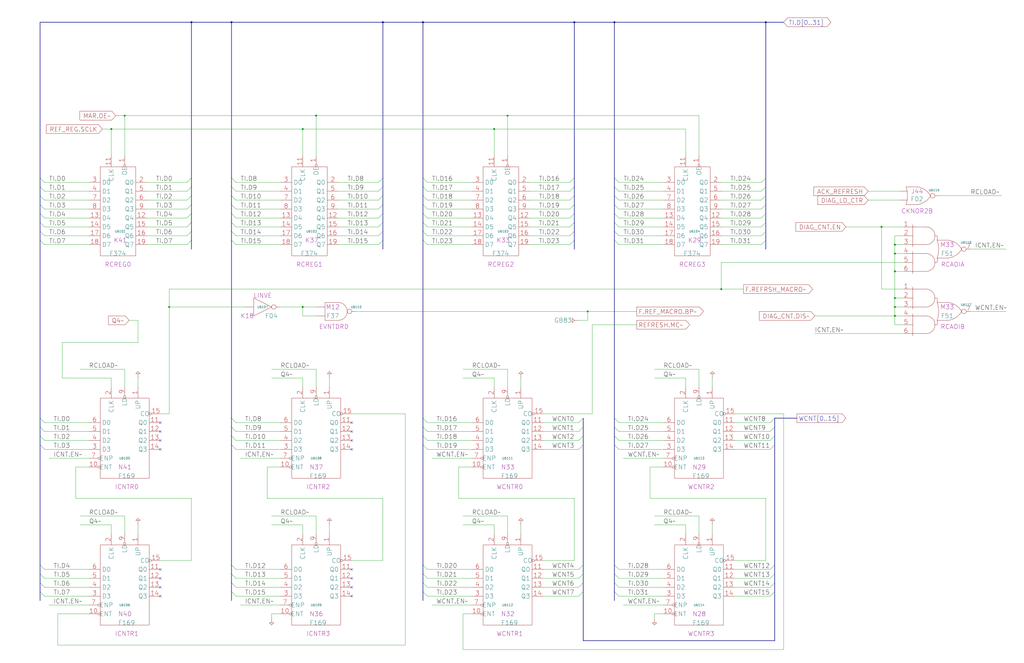
<source format=kicad_sch>
(kicad_sch (version 20230121) (generator eeschema)
  (paper "User" 584.2 378.46)
  (title_block (title "REFRESH COUNTERS") (date "20-MAR-90") (rev "1.0") (comment 1 "FIU") (comment 2 "232-003065") (comment 3 "S400") (comment 4 "RELEASED"))
  (junction (at 335.28 177.8))
  (junction (at 132.08 12.7))
  (junction (at 350.52 12.7))
  (junction (at 289.56 66.04))
  (junction (at 510.54 180.34))
  (junction (at 172.72 175.26))
  (junction (at 510.54 154.94))
  (junction (at 436.88 12.7))
  (junction (at 241.3 12.7))
  (junction (at 510.54 175.26))
  (junction (at 411.48 165.1))
  (junction (at 510.54 170.18))
  (junction (at 502.92 129.54))
  (junction (at 96.52 175.26))
  (junction (at 510.54 139.7))
  (junction (at 109.22 12.7))
  (junction (at 63.5 73.66))
  (junction (at 327.66 12.7))
  (junction (at 218.44 12.7))
  (junction (at 281.94 73.66))
  (junction (at 71.12 66.04))
  (junction (at 180.34 66.04))
  (junction (at 510.54 144.78))
  (junction (at 172.72 73.66))
  (no_connect (at 91.44 335.28))
  (no_connect (at 200.66 340.36))
  (no_connect (at 200.66 330.2))
  (no_connect (at 91.44 241.3))
  (no_connect (at 91.44 340.36))
  (no_connect (at 91.44 325.12))
  (no_connect (at 91.44 251.46))
  (no_connect (at 200.66 256.54))
  (no_connect (at 91.44 330.2))
  (no_connect (at 200.66 251.46))
  (no_connect (at 91.44 256.54))
  (no_connect (at 91.44 246.38))
  (no_connect (at 200.66 241.3))
  (no_connect (at 200.66 325.12))
  (no_connect (at 200.66 246.38))
  (no_connect (at 200.66 335.28))
  (bus_entry (at 132.08 327.66) (size 2.54 2.54))
  (bus_entry (at 350.52 254) (size 2.54 2.54))
  (bus_entry (at 327.66 111.76) (size -2.54 2.54))
  (bus_entry (at 109.22 121.92) (size -2.54 2.54))
  (bus_entry (at 241.3 127) (size 2.54 2.54))
  (bus_entry (at 436.88 137.16) (size -2.54 2.54))
  (bus_entry (at 109.22 116.84) (size -2.54 2.54))
  (bus_entry (at 327.66 106.68) (size -2.54 2.54))
  (bus_entry (at 332.74 248.92) (size -2.54 2.54))
  (bus_entry (at 241.3 137.16) (size 2.54 2.54))
  (bus_entry (at 332.74 254) (size -2.54 2.54))
  (bus_entry (at 132.08 137.16) (size 2.54 2.54))
  (bus_entry (at 132.08 106.68) (size 2.54 2.54))
  (bus_entry (at 132.08 127) (size 2.54 2.54))
  (bus_entry (at 332.74 322.58) (size -2.54 2.54))
  (bus_entry (at 350.52 137.16) (size 2.54 2.54))
  (bus_entry (at 350.52 332.74) (size 2.54 2.54))
  (bus_entry (at 241.3 238.76) (size 2.54 2.54))
  (bus_entry (at 327.66 101.6) (size -2.54 2.54))
  (bus_entry (at 241.3 327.66) (size 2.54 2.54))
  (bus_entry (at 241.3 248.92) (size 2.54 2.54))
  (bus_entry (at 218.44 111.76) (size -2.54 2.54))
  (bus_entry (at 218.44 121.92) (size -2.54 2.54))
  (bus_entry (at 132.08 248.92) (size 2.54 2.54))
  (bus_entry (at 241.3 116.84) (size 2.54 2.54))
  (bus_entry (at 22.86 248.92) (size 2.54 2.54))
  (bus_entry (at 332.74 327.66) (size -2.54 2.54))
  (bus_entry (at 441.96 327.66) (size -2.54 2.54))
  (bus_entry (at 332.74 337.82) (size -2.54 2.54))
  (bus_entry (at 22.86 106.68) (size 2.54 2.54))
  (bus_entry (at 22.86 332.74) (size 2.54 2.54))
  (bus_entry (at 109.22 111.76) (size -2.54 2.54))
  (bus_entry (at 132.08 111.76) (size 2.54 2.54))
  (bus_entry (at 436.88 101.6) (size -2.54 2.54))
  (bus_entry (at 218.44 101.6) (size -2.54 2.54))
  (bus_entry (at 22.86 243.84) (size 2.54 2.54))
  (bus_entry (at 22.86 116.84) (size 2.54 2.54))
  (bus_entry (at 241.3 101.6) (size 2.54 2.54))
  (bus_entry (at 22.86 254) (size 2.54 2.54))
  (bus_entry (at 241.3 106.68) (size 2.54 2.54))
  (bus_entry (at 132.08 121.92) (size 2.54 2.54))
  (bus_entry (at 218.44 127) (size -2.54 2.54))
  (bus_entry (at 22.86 137.16) (size 2.54 2.54))
  (bus_entry (at 218.44 132.08) (size -2.54 2.54))
  (bus_entry (at 109.22 106.68) (size -2.54 2.54))
  (bus_entry (at 436.88 121.92) (size -2.54 2.54))
  (bus_entry (at 132.08 243.84) (size 2.54 2.54))
  (bus_entry (at 436.88 116.84) (size -2.54 2.54))
  (bus_entry (at 441.96 254) (size -2.54 2.54))
  (bus_entry (at 132.08 254) (size 2.54 2.54))
  (bus_entry (at 132.08 101.6) (size 2.54 2.54))
  (bus_entry (at 109.22 127) (size -2.54 2.54))
  (bus_entry (at 436.88 111.76) (size -2.54 2.54))
  (bus_entry (at 109.22 137.16) (size -2.54 2.54))
  (bus_entry (at 327.66 137.16) (size -2.54 2.54))
  (bus_entry (at 350.52 337.82) (size 2.54 2.54))
  (bus_entry (at 436.88 127) (size -2.54 2.54))
  (bus_entry (at 441.96 322.58) (size -2.54 2.54))
  (bus_entry (at 332.74 238.76) (size -2.54 2.54))
  (bus_entry (at 436.88 132.08) (size -2.54 2.54))
  (bus_entry (at 327.66 127) (size -2.54 2.54))
  (bus_entry (at 22.86 127) (size 2.54 2.54))
  (bus_entry (at 241.3 254) (size 2.54 2.54))
  (bus_entry (at 241.3 337.82) (size 2.54 2.54))
  (bus_entry (at 350.52 121.92) (size 2.54 2.54))
  (bus_entry (at 22.86 111.76) (size 2.54 2.54))
  (bus_entry (at 350.52 101.6) (size 2.54 2.54))
  (bus_entry (at 350.52 243.84) (size 2.54 2.54))
  (bus_entry (at 218.44 137.16) (size -2.54 2.54))
  (bus_entry (at 327.66 132.08) (size -2.54 2.54))
  (bus_entry (at 350.52 111.76) (size 2.54 2.54))
  (bus_entry (at 350.52 132.08) (size 2.54 2.54))
  (bus_entry (at 218.44 116.84) (size -2.54 2.54))
  (bus_entry (at 22.86 238.76) (size 2.54 2.54))
  (bus_entry (at 109.22 101.6) (size -2.54 2.54))
  (bus_entry (at 22.86 322.58) (size 2.54 2.54))
  (bus_entry (at 22.86 101.6) (size 2.54 2.54))
  (bus_entry (at 241.3 332.74) (size 2.54 2.54))
  (bus_entry (at 241.3 111.76) (size 2.54 2.54))
  (bus_entry (at 441.96 248.92) (size -2.54 2.54))
  (bus_entry (at 350.52 322.58) (size 2.54 2.54))
  (bus_entry (at 132.08 337.82) (size 2.54 2.54))
  (bus_entry (at 241.3 322.58) (size 2.54 2.54))
  (bus_entry (at 441.96 332.74) (size -2.54 2.54))
  (bus_entry (at 132.08 238.76) (size 2.54 2.54))
  (bus_entry (at 332.74 332.74) (size -2.54 2.54))
  (bus_entry (at 132.08 332.74) (size 2.54 2.54))
  (bus_entry (at 132.08 322.58) (size 2.54 2.54))
  (bus_entry (at 218.44 106.68) (size -2.54 2.54))
  (bus_entry (at 350.52 127) (size 2.54 2.54))
  (bus_entry (at 350.52 116.84) (size 2.54 2.54))
  (bus_entry (at 241.3 132.08) (size 2.54 2.54))
  (bus_entry (at 441.96 238.76) (size -2.54 2.54))
  (bus_entry (at 132.08 116.84) (size 2.54 2.54))
  (bus_entry (at 441.96 337.82) (size -2.54 2.54))
  (bus_entry (at 332.74 243.84) (size -2.54 2.54))
  (bus_entry (at 22.86 327.66) (size 2.54 2.54))
  (bus_entry (at 241.3 243.84) (size 2.54 2.54))
  (bus_entry (at 436.88 106.68) (size -2.54 2.54))
  (bus_entry (at 350.52 327.66) (size 2.54 2.54))
  (bus_entry (at 22.86 121.92) (size 2.54 2.54))
  (bus_entry (at 109.22 132.08) (size -2.54 2.54))
  (bus_entry (at 441.96 243.84) (size -2.54 2.54))
  (bus_entry (at 350.52 238.76) (size 2.54 2.54))
  (bus_entry (at 22.86 337.82) (size 2.54 2.54))
  (bus_entry (at 132.08 132.08) (size 2.54 2.54))
  (bus_entry (at 327.66 121.92) (size -2.54 2.54))
  (bus_entry (at 241.3 121.92) (size 2.54 2.54))
  (bus_entry (at 350.52 248.92) (size 2.54 2.54))
  (bus_entry (at 327.66 116.84) (size -2.54 2.54))
  (bus_entry (at 350.52 106.68) (size 2.54 2.54))
  (bus_entry (at 22.86 132.08) (size 2.54 2.54))
  (wire (pts (xy 25.4 330.2) (xy 50.8 330.2)))
  (bus (pts (xy 132.08 127) (xy 132.08 132.08)))
  (wire (pts (xy 25.4 251.46) (xy 50.8 251.46)))
  (wire (pts (xy 309.88 241.3) (xy 330.2 241.3)))
  (bus (pts (xy 218.44 127) (xy 218.44 132.08)))
  (bus (pts (xy 350.52 337.82) (xy 350.52 342.9)))
  (wire (pts (xy 419.1 241.3) (xy 439.42 241.3)))
  (wire (pts (xy 353.06 104.14) (xy 378.46 104.14)))
  (wire (pts (xy 215.9 134.62) (xy 193.04 134.62)))
  (wire (pts (xy 154.94 299.72) (xy 172.72 299.72)))
  (bus (pts (xy 22.86 254) (xy 22.86 322.58)))
  (wire (pts (xy 353.06 340.36) (xy 378.46 340.36)))
  (bus (pts (xy 109.22 111.76) (xy 109.22 116.84)))
  (bus (pts (xy 350.52 127) (xy 350.52 132.08)))
  (wire (pts (xy 172.72 220.98) (xy 172.72 215.9)))
  (bus (pts (xy 350.52 121.92) (xy 350.52 127)))
  (wire (pts (xy 134.62 119.38) (xy 160.02 119.38)))
  (bus (pts (xy 241.3 332.74) (xy 241.3 337.82)))
  (wire (pts (xy 218.44 284.48) (xy 152.4 284.48)))
  (wire (pts (xy 264.16 210.82) (xy 289.56 210.82)))
  (wire (pts (xy 502.92 165.1) (xy 502.92 129.54)))
  (bus (pts (xy 441.96 327.66) (xy 441.96 332.74)))
  (bus (pts (xy 22.86 137.16) (xy 22.86 238.76)))
  (wire (pts (xy 106.68 124.46) (xy 83.82 124.46)))
  (wire (pts (xy 73.66 182.88) (xy 78.74 182.88)))
  (wire (pts (xy 137.16 261.62) (xy 160.02 261.62)))
  (wire (pts (xy 243.84 241.3) (xy 269.24 241.3)))
  (bus (pts (xy 332.74 365.76) (xy 441.96 365.76)))
  (bus (pts (xy 350.52 248.92) (xy 350.52 254)))
  (wire (pts (xy 154.94 210.82) (xy 180.34 210.82)))
  (wire (pts (xy 187.96 299.72) (xy 187.96 304.8)))
  (wire (pts (xy 71.12 66.04) (xy 180.34 66.04)))
  (wire (pts (xy 172.72 73.66) (xy 281.94 73.66)))
  (bus (pts (xy 132.08 337.82) (xy 132.08 342.9)))
  (wire (pts (xy 134.62 124.46) (xy 160.02 124.46)))
  (wire (pts (xy 289.56 304.8) (xy 289.56 294.64)))
  (bus (pts (xy 441.96 238.76) (xy 454.66 238.76)))
  (wire (pts (xy 215.9 109.22) (xy 193.04 109.22)))
  (wire (pts (xy 309.88 251.46) (xy 330.2 251.46)))
  (bus (pts (xy 327.66 12.7) (xy 327.66 101.6)))
  (wire (pts (xy 35.56 195.58) (xy 35.56 215.9)))
  (wire (pts (xy 289.56 66.04) (xy 398.78 66.04)))
  (wire (pts (xy 353.06 129.54) (xy 378.46 129.54)))
  (wire (pts (xy 160.02 350.52) (xy 154.94 350.52)))
  (wire (pts (xy 58.42 73.66) (xy 63.5 73.66)))
  (bus (pts (xy 350.52 243.84) (xy 350.52 248.92)))
  (wire (pts (xy 510.54 154.94) (xy 515.62 154.94)))
  (wire (pts (xy 200.66 236.22) (xy 231.14 236.22)))
  (bus (pts (xy 350.52 132.08) (xy 350.52 137.16)))
  (wire (pts (xy 325.12 129.54) (xy 302.26 129.54)))
  (bus (pts (xy 22.86 327.66) (xy 22.86 332.74)))
  (wire (pts (xy 27.94 261.62) (xy 50.8 261.62)))
  (wire (pts (xy 510.54 134.62) (xy 510.54 139.7)))
  (wire (pts (xy 200.66 320.04) (xy 218.44 320.04)))
  (wire (pts (xy 25.4 241.3) (xy 50.8 241.3)))
  (wire (pts (xy 106.68 139.7) (xy 83.82 139.7)))
  (wire (pts (xy 243.84 129.54) (xy 269.24 129.54)))
  (wire (pts (xy 353.06 134.62) (xy 378.46 134.62)))
  (wire (pts (xy 154.94 350.52) (xy 154.94 353.06)))
  (wire (pts (xy 160.02 175.26) (xy 172.72 175.26)))
  (wire (pts (xy 33.02 350.52) (xy 50.8 350.52)))
  (wire (pts (xy 134.62 335.28) (xy 160.02 335.28)))
  (bus (pts (xy 132.08 248.92) (xy 132.08 254)))
  (wire (pts (xy 96.52 236.22) (xy 96.52 175.26)))
  (wire (pts (xy 134.62 134.62) (xy 160.02 134.62)))
  (wire (pts (xy 373.38 210.82) (xy 398.78 210.82)))
  (wire (pts (xy 353.06 139.7) (xy 378.46 139.7)))
  (wire (pts (xy 309.88 340.36) (xy 330.2 340.36)))
  (bus (pts (xy 109.22 137.16) (xy 109.22 142.24)))
  (wire (pts (xy 325.12 139.7) (xy 302.26 139.7)))
  (wire (pts (xy 134.62 330.2) (xy 160.02 330.2)))
  (wire (pts (xy 243.84 114.3) (xy 269.24 114.3)))
  (bus (pts (xy 350.52 111.76) (xy 350.52 116.84)))
  (wire (pts (xy 264.16 299.72) (xy 281.94 299.72)))
  (wire (pts (xy 66.04 66.04) (xy 71.12 66.04)))
  (bus (pts (xy 350.52 327.66) (xy 350.52 332.74)))
  (wire (pts (xy 218.44 320.04) (xy 218.44 284.48)))
  (bus (pts (xy 241.3 254) (xy 241.3 322.58)))
  (wire (pts (xy 215.9 139.7) (xy 193.04 139.7)))
  (wire (pts (xy 327.66 320.04) (xy 327.66 284.48)))
  (wire (pts (xy 515.62 185.42) (xy 510.54 185.42)))
  (bus (pts (xy 132.08 12.7) (xy 132.08 101.6)))
  (bus (pts (xy 22.86 116.84) (xy 22.86 121.92)))
  (bus (pts (xy 327.66 111.76) (xy 327.66 116.84)))
  (wire (pts (xy 243.84 104.14) (xy 269.24 104.14)))
  (wire (pts (xy 243.84 109.22) (xy 269.24 109.22)))
  (wire (pts (xy 325.12 134.62) (xy 302.26 134.62)))
  (bus (pts (xy 441.96 322.58) (xy 441.96 327.66)))
  (wire (pts (xy 434.34 129.54) (xy 411.48 129.54)))
  (bus (pts (xy 436.88 132.08) (xy 436.88 137.16)))
  (bus (pts (xy 332.74 243.84) (xy 332.74 248.92)))
  (wire (pts (xy 25.4 109.22) (xy 50.8 109.22)))
  (bus (pts (xy 132.08 238.76) (xy 132.08 243.84)))
  (bus (pts (xy 332.74 327.66) (xy 332.74 332.74)))
  (wire (pts (xy 264.16 215.9) (xy 281.94 215.9)))
  (wire (pts (xy 309.88 330.2) (xy 330.2 330.2)))
  (wire (pts (xy 45.72 294.64) (xy 71.12 294.64)))
  (bus (pts (xy 332.74 322.58) (xy 332.74 327.66)))
  (wire (pts (xy 434.34 139.7) (xy 411.48 139.7)))
  (wire (pts (xy 134.62 256.54) (xy 160.02 256.54)))
  (wire (pts (xy 309.88 256.54) (xy 330.2 256.54)))
  (bus (pts (xy 327.66 101.6) (xy 327.66 106.68)))
  (wire (pts (xy 436.88 320.04) (xy 436.88 284.48)))
  (wire (pts (xy 353.06 241.3) (xy 378.46 241.3)))
  (bus (pts (xy 327.66 12.7) (xy 350.52 12.7)))
  (bus (pts (xy 332.74 248.92) (xy 332.74 254)))
  (wire (pts (xy 373.38 294.64) (xy 398.78 294.64)))
  (bus (pts (xy 109.22 127) (xy 109.22 132.08)))
  (bus (pts (xy 441.96 248.92) (xy 441.96 254)))
  (wire (pts (xy 502.92 129.54) (xy 515.62 129.54)))
  (wire (pts (xy 25.4 129.54) (xy 50.8 129.54)))
  (bus (pts (xy 436.88 121.92) (xy 436.88 127)))
  (wire (pts (xy 63.5 304.8) (xy 63.5 299.72)))
  (bus (pts (xy 22.86 121.92) (xy 22.86 127)))
  (bus (pts (xy 109.22 101.6) (xy 109.22 106.68)))
  (wire (pts (xy 152.4 284.48) (xy 152.4 266.7)))
  (wire (pts (xy 180.34 180.34) (xy 172.72 180.34)))
  (wire (pts (xy 35.56 215.9) (xy 63.5 215.9)))
  (wire (pts (xy 243.84 340.36) (xy 269.24 340.36)))
  (bus (pts (xy 241.3 116.84) (xy 241.3 121.92)))
  (wire (pts (xy 309.88 236.22) (xy 337.82 236.22)))
  (bus (pts (xy 132.08 111.76) (xy 132.08 116.84)))
  (bus (pts (xy 332.74 238.76) (xy 332.74 243.84)))
  (wire (pts (xy 309.88 246.38) (xy 330.2 246.38)))
  (wire (pts (xy 353.06 114.3) (xy 378.46 114.3)))
  (bus (pts (xy 436.88 116.84) (xy 436.88 121.92)))
  (bus (pts (xy 441.96 254) (xy 441.96 322.58)))
  (wire (pts (xy 325.12 124.46) (xy 302.26 124.46)))
  (wire (pts (xy 109.22 320.04) (xy 109.22 284.48)))
  (wire (pts (xy 63.5 73.66) (xy 172.72 73.66)))
  (wire (pts (xy 515.62 165.1) (xy 502.92 165.1)))
  (wire (pts (xy 231.14 368.3) (xy 33.02 368.3)))
  (wire (pts (xy 215.9 129.54) (xy 193.04 129.54)))
  (wire (pts (xy 353.06 119.38) (xy 378.46 119.38)))
  (wire (pts (xy 180.34 220.98) (xy 180.34 210.82)))
  (wire (pts (xy 419.1 236.22) (xy 447.04 236.22)))
  (bus (pts (xy 350.52 238.76) (xy 350.52 243.84)))
  (wire (pts (xy 261.62 266.7) (xy 269.24 266.7)))
  (bus (pts (xy 350.52 254) (xy 350.52 322.58)))
  (bus (pts (xy 241.3 322.58) (xy 241.3 327.66)))
  (wire (pts (xy 152.4 266.7) (xy 160.02 266.7)))
  (bus (pts (xy 109.22 132.08) (xy 109.22 137.16)))
  (bus (pts (xy 436.88 127) (xy 436.88 132.08)))
  (wire (pts (xy 215.9 114.3) (xy 193.04 114.3)))
  (wire (pts (xy 91.44 236.22) (xy 96.52 236.22)))
  (wire (pts (xy 25.4 124.46) (xy 50.8 124.46)))
  (wire (pts (xy 243.84 124.46) (xy 269.24 124.46)))
  (wire (pts (xy 45.72 299.72) (xy 63.5 299.72)))
  (bus (pts (xy 441.96 337.82) (xy 441.96 365.76)))
  (wire (pts (xy 510.54 139.7) (xy 510.54 144.78)))
  (bus (pts (xy 350.52 12.7) (xy 436.88 12.7)))
  (wire (pts (xy 243.84 325.12) (xy 269.24 325.12)))
  (wire (pts (xy 246.38 345.44) (xy 269.24 345.44)))
  (bus (pts (xy 218.44 121.92) (xy 218.44 127)))
  (wire (pts (xy 187.96 215.9) (xy 187.96 220.98)))
  (wire (pts (xy 43.18 284.48) (xy 43.18 266.7)))
  (wire (pts (xy 106.68 134.62) (xy 83.82 134.62)))
  (wire (pts (xy 78.74 195.58) (xy 35.56 195.58)))
  (wire (pts (xy 71.12 220.98) (xy 71.12 210.82)))
  (bus (pts (xy 132.08 121.92) (xy 132.08 127)))
  (bus (pts (xy 327.66 116.84) (xy 327.66 121.92)))
  (wire (pts (xy 25.4 114.3) (xy 50.8 114.3)))
  (wire (pts (xy 25.4 139.7) (xy 50.8 139.7)))
  (wire (pts (xy 289.56 66.04) (xy 289.56 88.9)))
  (bus (pts (xy 241.3 12.7) (xy 327.66 12.7)))
  (wire (pts (xy 419.1 340.36) (xy 439.42 340.36)))
  (wire (pts (xy 411.48 165.1) (xy 96.52 165.1)))
  (bus (pts (xy 132.08 101.6) (xy 132.08 106.68)))
  (bus (pts (xy 350.52 332.74) (xy 350.52 337.82)))
  (wire (pts (xy 325.12 109.22) (xy 302.26 109.22)))
  (wire (pts (xy 434.34 119.38) (xy 411.48 119.38)))
  (bus (pts (xy 436.88 106.68) (xy 436.88 111.76)))
  (wire (pts (xy 134.62 241.3) (xy 160.02 241.3)))
  (bus (pts (xy 241.3 12.7) (xy 241.3 101.6)))
  (wire (pts (xy 109.22 284.48) (xy 43.18 284.48)))
  (wire (pts (xy 106.68 129.54) (xy 83.82 129.54)))
  (bus (pts (xy 241.3 327.66) (xy 241.3 332.74)))
  (bus (pts (xy 132.08 12.7) (xy 218.44 12.7)))
  (bus (pts (xy 22.86 12.7) (xy 22.86 101.6)))
  (wire (pts (xy 96.52 165.1) (xy 96.52 175.26)))
  (wire (pts (xy 264.16 294.64) (xy 289.56 294.64)))
  (wire (pts (xy 373.38 215.9) (xy 391.16 215.9)))
  (wire (pts (xy 243.84 330.2) (xy 269.24 330.2)))
  (bus (pts (xy 218.44 12.7) (xy 218.44 101.6)))
  (bus (pts (xy 327.66 137.16) (xy 327.66 142.24)))
  (wire (pts (xy 353.06 330.2) (xy 378.46 330.2)))
  (wire (pts (xy 373.38 299.72) (xy 391.16 299.72)))
  (wire (pts (xy 134.62 139.7) (xy 160.02 139.7)))
  (bus (pts (xy 109.22 121.92) (xy 109.22 127)))
  (wire (pts (xy 325.12 119.38) (xy 302.26 119.38)))
  (wire (pts (xy 495.3 114.3) (xy 513.08 114.3)))
  (wire (pts (xy 353.06 325.12) (xy 378.46 325.12)))
  (wire (pts (xy 464.82 190.5) (xy 515.62 190.5)))
  (wire (pts (xy 353.06 124.46) (xy 378.46 124.46)))
  (wire (pts (xy 215.9 124.46) (xy 193.04 124.46)))
  (wire (pts (xy 25.4 325.12) (xy 50.8 325.12)))
  (wire (pts (xy 33.02 368.3) (xy 33.02 350.52)))
  (wire (pts (xy 172.72 73.66) (xy 172.72 88.9)))
  (wire (pts (xy 510.54 180.34) (xy 515.62 180.34)))
  (bus (pts (xy 218.44 106.68) (xy 218.44 111.76)))
  (wire (pts (xy 91.44 320.04) (xy 109.22 320.04)))
  (wire (pts (xy 231.14 236.22) (xy 231.14 368.3)))
  (wire (pts (xy 391.16 73.66) (xy 391.16 88.9)))
  (bus (pts (xy 350.52 101.6) (xy 350.52 106.68)))
  (bus (pts (xy 327.66 127) (xy 327.66 132.08)))
  (wire (pts (xy 510.54 170.18) (xy 510.54 175.26)))
  (wire (pts (xy 134.62 325.12) (xy 160.02 325.12)))
  (wire (pts (xy 370.84 284.48) (xy 370.84 266.7)))
  (wire (pts (xy 180.34 66.04) (xy 289.56 66.04)))
  (wire (pts (xy 264.16 370.84) (xy 264.16 350.52)))
  (wire (pts (xy 134.62 246.38) (xy 160.02 246.38)))
  (bus (pts (xy 332.74 337.82) (xy 332.74 365.76)))
  (bus (pts (xy 327.66 132.08) (xy 327.66 137.16)))
  (wire (pts (xy 215.9 104.14) (xy 193.04 104.14)))
  (wire (pts (xy 106.68 109.22) (xy 83.82 109.22)))
  (bus (pts (xy 327.66 106.68) (xy 327.66 111.76)))
  (wire (pts (xy 243.84 256.54) (xy 269.24 256.54)))
  (wire (pts (xy 510.54 144.78) (xy 515.62 144.78)))
  (wire (pts (xy 172.72 180.34) (xy 172.72 175.26)))
  (bus (pts (xy 441.96 243.84) (xy 441.96 248.92)))
  (bus (pts (xy 109.22 12.7) (xy 132.08 12.7)))
  (wire (pts (xy 515.62 134.62) (xy 510.54 134.62)))
  (wire (pts (xy 106.68 114.3) (xy 83.82 114.3)))
  (wire (pts (xy 134.62 109.22) (xy 160.02 109.22)))
  (bus (pts (xy 332.74 332.74) (xy 332.74 337.82)))
  (bus (pts (xy 332.74 254) (xy 332.74 322.58)))
  (wire (pts (xy 373.38 350.52) (xy 373.38 353.06)))
  (wire (pts (xy 281.94 73.66) (xy 391.16 73.66)))
  (wire (pts (xy 78.74 182.88) (xy 78.74 195.58)))
  (wire (pts (xy 243.84 139.7) (xy 269.24 139.7)))
  (bus (pts (xy 22.86 127) (xy 22.86 132.08)))
  (bus (pts (xy 132.08 106.68) (xy 132.08 111.76)))
  (bus (pts (xy 241.3 121.92) (xy 241.3 127)))
  (bus (pts (xy 218.44 137.16) (xy 218.44 142.24)))
  (wire (pts (xy 419.1 251.46) (xy 439.42 251.46)))
  (wire (pts (xy 203.2 177.8) (xy 335.28 177.8)))
  (wire (pts (xy 378.46 350.52) (xy 373.38 350.52)))
  (bus (pts (xy 241.3 137.16) (xy 241.3 238.76)))
  (wire (pts (xy 419.1 335.28) (xy 439.42 335.28)))
  (bus (pts (xy 22.86 238.76) (xy 22.86 243.84)))
  (wire (pts (xy 243.84 246.38) (xy 269.24 246.38)))
  (wire (pts (xy 353.06 335.28) (xy 378.46 335.28)))
  (wire (pts (xy 495.3 109.22) (xy 513.08 109.22)))
  (wire (pts (xy 398.78 304.8) (xy 398.78 294.64)))
  (wire (pts (xy 71.12 304.8) (xy 71.12 294.64)))
  (wire (pts (xy 419.1 256.54) (xy 439.42 256.54)))
  (wire (pts (xy 553.72 142.24) (xy 574.04 142.24)))
  (wire (pts (xy 243.84 134.62) (xy 269.24 134.62)))
  (bus (pts (xy 350.52 106.68) (xy 350.52 111.76)))
  (wire (pts (xy 25.4 104.14) (xy 50.8 104.14)))
  (wire (pts (xy 154.94 294.64) (xy 180.34 294.64)))
  (wire (pts (xy 337.82 185.42) (xy 363.22 185.42)))
  (wire (pts (xy 243.84 251.46) (xy 269.24 251.46)))
  (wire (pts (xy 96.52 175.26) (xy 139.7 175.26)))
  (bus (pts (xy 441.96 238.76) (xy 441.96 243.84)))
  (bus (pts (xy 132.08 132.08) (xy 132.08 137.16)))
  (wire (pts (xy 106.68 104.14) (xy 83.82 104.14)))
  (bus (pts (xy 22.86 243.84) (xy 22.86 248.92)))
  (wire (pts (xy 243.84 119.38) (xy 269.24 119.38)))
  (bus (pts (xy 241.3 132.08) (xy 241.3 137.16)))
  (wire (pts (xy 78.74 215.9) (xy 78.74 220.98)))
  (wire (pts (xy 424.18 165.1) (xy 411.48 165.1)))
  (wire (pts (xy 243.84 335.28) (xy 269.24 335.28)))
  (wire (pts (xy 510.54 175.26) (xy 510.54 180.34)))
  (bus (pts (xy 22.86 106.68) (xy 22.86 111.76)))
  (wire (pts (xy 180.34 66.04) (xy 180.34 88.9)))
  (bus (pts (xy 132.08 332.74) (xy 132.08 337.82)))
  (wire (pts (xy 25.4 134.62) (xy 50.8 134.62)))
  (wire (pts (xy 434.34 109.22) (xy 411.48 109.22)))
  (wire (pts (xy 154.94 215.9) (xy 172.72 215.9)))
  (wire (pts (xy 353.06 256.54) (xy 378.46 256.54)))
  (wire (pts (xy 391.16 304.8) (xy 391.16 299.72)))
  (bus (pts (xy 241.3 127) (xy 241.3 132.08)))
  (bus (pts (xy 436.88 111.76) (xy 436.88 116.84)))
  (wire (pts (xy 134.62 340.36) (xy 160.02 340.36)))
  (wire (pts (xy 370.84 266.7) (xy 378.46 266.7)))
  (bus (pts (xy 218.44 101.6) (xy 218.44 106.68)))
  (wire (pts (xy 391.16 220.98) (xy 391.16 215.9)))
  (wire (pts (xy 434.34 134.62) (xy 411.48 134.62)))
  (wire (pts (xy 134.62 114.3) (xy 160.02 114.3)))
  (bus (pts (xy 132.08 243.84) (xy 132.08 248.92)))
  (bus (pts (xy 218.44 116.84) (xy 218.44 121.92)))
  (bus (pts (xy 109.22 12.7) (xy 109.22 101.6)))
  (wire (pts (xy 419.1 246.38) (xy 439.42 246.38)))
  (bus (pts (xy 350.52 137.16) (xy 350.52 238.76)))
  (wire (pts (xy 281.94 304.8) (xy 281.94 299.72)))
  (wire (pts (xy 353.06 251.46) (xy 378.46 251.46)))
  (bus (pts (xy 22.86 332.74) (xy 22.86 337.82)))
  (wire (pts (xy 335.28 182.88) (xy 335.28 177.8)))
  (bus (pts (xy 22.86 101.6) (xy 22.86 106.68)))
  (bus (pts (xy 241.3 106.68) (xy 241.3 111.76)))
  (wire (pts (xy 106.68 119.38) (xy 83.82 119.38)))
  (wire (pts (xy 309.88 335.28) (xy 330.2 335.28)))
  (wire (pts (xy 137.16 345.44) (xy 160.02 345.44)))
  (bus (pts (xy 109.22 106.68) (xy 109.22 111.76)))
  (wire (pts (xy 43.18 266.7) (xy 50.8 266.7)))
  (bus (pts (xy 132.08 116.84) (xy 132.08 121.92)))
  (wire (pts (xy 419.1 325.12) (xy 439.42 325.12)))
  (bus (pts (xy 132.08 137.16) (xy 132.08 238.76)))
  (bus (pts (xy 22.86 322.58) (xy 22.86 327.66)))
  (bus (pts (xy 218.44 12.7) (xy 241.3 12.7)))
  (wire (pts (xy 447.04 370.84) (xy 264.16 370.84)))
  (wire (pts (xy 134.62 251.46) (xy 160.02 251.46)))
  (wire (pts (xy 510.54 154.94) (xy 510.54 170.18)))
  (wire (pts (xy 281.94 220.98) (xy 281.94 215.9)))
  (wire (pts (xy 447.04 236.22) (xy 447.04 370.84)))
  (wire (pts (xy 434.34 114.3) (xy 411.48 114.3)))
  (bus (pts (xy 327.66 121.92) (xy 327.66 127)))
  (wire (pts (xy 464.82 180.34) (xy 510.54 180.34)))
  (wire (pts (xy 337.82 236.22) (xy 337.82 185.42)))
  (wire (pts (xy 281.94 73.66) (xy 281.94 88.9)))
  (wire (pts (xy 25.4 340.36) (xy 50.8 340.36)))
  (wire (pts (xy 398.78 66.04) (xy 398.78 88.9)))
  (wire (pts (xy 297.18 299.72) (xy 297.18 304.8)))
  (wire (pts (xy 309.88 325.12) (xy 330.2 325.12)))
  (bus (pts (xy 350.52 116.84) (xy 350.52 121.92)))
  (wire (pts (xy 134.62 129.54) (xy 160.02 129.54)))
  (wire (pts (xy 172.72 175.26) (xy 180.34 175.26)))
  (bus (pts (xy 132.08 322.58) (xy 132.08 327.66)))
  (wire (pts (xy 510.54 185.42) (xy 510.54 180.34)))
  (wire (pts (xy 261.62 284.48) (xy 261.62 266.7)))
  (wire (pts (xy 510.54 170.18) (xy 515.62 170.18)))
  (bus (pts (xy 218.44 132.08) (xy 218.44 137.16)))
  (bus (pts (xy 436.88 101.6) (xy 436.88 106.68)))
  (bus (pts (xy 241.3 337.82) (xy 241.3 342.9)))
  (bus (pts (xy 436.88 12.7) (xy 436.88 101.6)))
  (bus (pts (xy 441.96 332.74) (xy 441.96 337.82)))
  (bus (pts (xy 350.52 322.58) (xy 350.52 327.66)))
  (wire (pts (xy 353.06 246.38) (xy 378.46 246.38)))
  (wire (pts (xy 434.34 124.46) (xy 411.48 124.46)))
  (wire (pts (xy 297.18 215.9) (xy 297.18 220.98)))
  (bus (pts (xy 22.86 12.7) (xy 109.22 12.7)))
  (wire (pts (xy 309.88 320.04) (xy 327.66 320.04)))
  (wire (pts (xy 411.48 149.86) (xy 411.48 165.1)))
  (bus (pts (xy 22.86 248.92) (xy 22.86 254)))
  (bus (pts (xy 241.3 238.76) (xy 241.3 243.84)))
  (wire (pts (xy 25.4 256.54) (xy 50.8 256.54)))
  (bus (pts (xy 241.3 101.6) (xy 241.3 106.68)))
  (bus (pts (xy 22.86 337.82) (xy 22.86 342.9)))
  (wire (pts (xy 215.9 119.38) (xy 193.04 119.38)))
  (wire (pts (xy 419.1 330.2) (xy 439.42 330.2)))
  (wire (pts (xy 535.94 111.76) (xy 571.5 111.76)))
  (wire (pts (xy 330.2 182.88) (xy 335.28 182.88)))
  (wire (pts (xy 510.54 144.78) (xy 510.54 154.94)))
  (wire (pts (xy 180.34 304.8) (xy 180.34 294.64)))
  (wire (pts (xy 398.78 220.98) (xy 398.78 210.82)))
  (wire (pts (xy 327.66 284.48) (xy 261.62 284.48)))
  (bus (pts (xy 241.3 111.76) (xy 241.3 116.84)))
  (wire (pts (xy 411.48 149.86) (xy 515.62 149.86)))
  (wire (pts (xy 353.06 109.22) (xy 378.46 109.22)))
  (bus (pts (xy 218.44 111.76) (xy 218.44 116.84)))
  (wire (pts (xy 482.6 129.54) (xy 502.92 129.54)))
  (wire (pts (xy 325.12 104.14) (xy 302.26 104.14)))
  (wire (pts (xy 434.34 104.14) (xy 411.48 104.14)))
  (wire (pts (xy 134.62 104.14) (xy 160.02 104.14)))
  (bus (pts (xy 132.08 327.66) (xy 132.08 332.74)))
  (wire (pts (xy 63.5 220.98) (xy 63.5 215.9)))
  (bus (pts (xy 241.3 243.84) (xy 241.3 248.92)))
  (bus (pts (xy 350.52 12.7) (xy 350.52 101.6)))
  (bus (pts (xy 22.86 132.08) (xy 22.86 137.16)))
  (wire (pts (xy 406.4 215.9) (xy 406.4 220.98)))
  (wire (pts (xy 25.4 119.38) (xy 50.8 119.38)))
  (wire (pts (xy 335.28 177.8) (xy 363.22 177.8)))
  (wire (pts (xy 436.88 284.48) (xy 370.84 284.48)))
  (wire (pts (xy 63.5 73.66) (xy 63.5 88.9)))
  (wire (pts (xy 510.54 139.7) (xy 515.62 139.7)))
  (wire (pts (xy 45.72 210.82) (xy 71.12 210.82)))
  (wire (pts (xy 406.4 299.72) (xy 406.4 304.8)))
  (wire (pts (xy 355.6 261.62) (xy 378.46 261.62)))
  (wire (pts (xy 25.4 246.38) (xy 50.8 246.38)))
  (wire (pts (xy 355.6 345.44) (xy 378.46 345.44)))
  (wire (pts (xy 553.72 177.8) (xy 574.04 177.8)))
  (bus (pts (xy 436.88 12.7) (xy 447.04 12.7)))
  (wire (pts (xy 264.16 350.52) (xy 269.24 350.52)))
  (wire (pts (xy 289.56 220.98) (xy 289.56 210.82)))
  (wire (pts (xy 27.94 345.44) (xy 50.8 345.44)))
  (wire (pts (xy 510.54 175.26) (xy 515.62 175.26)))
  (wire (pts (xy 246.38 261.62) (xy 269.24 261.62)))
  (wire (pts (xy 325.12 114.3) (xy 302.26 114.3)))
  (wire (pts (xy 25.4 335.28) (xy 50.8 335.28)))
  (bus (pts (xy 109.22 116.84) (xy 109.22 121.92)))
  (bus (pts (xy 132.08 254) (xy 132.08 322.58)))
  (wire (pts (xy 419.1 320.04) (xy 436.88 320.04)))
  (bus (pts (xy 241.3 248.92) (xy 241.3 254)))
  (bus (pts (xy 22.86 111.76) (xy 22.86 116.84)))
  (wire (pts (xy 78.74 299.72) (xy 78.74 304.8)))
  (bus (pts (xy 436.88 137.16) (xy 436.88 142.24)))
  (wire (pts (xy 71.12 66.04) (xy 71.12 88.9)))
  (wire (pts (xy 172.72 304.8) (xy 172.72 299.72)))
  (label "ICNT.EN~" (at 30.48 261.62 0) (effects (font (size 2.54 2.54))))
  (label "TI.D25" (at 416.56 109.22 0) (effects (font (size 2.54 2.54))))
  (label "TI.D28" (at 358.14 325.12 0) (effects (font (size 2.54 2.54))))
  (label "TI.D21" (at 246.38 129.54 0) (effects (font (size 2.54 2.54))))
  (label "TI.D9" (at 137.16 109.22 0) (effects (font (size 2.54 2.54))))
  (label "WCNT5" (at 314.96 330.2 0) (effects (font (size 2.54 2.54))))
  (label "WCNT9" (at 424.18 246.38 0) (effects (font (size 2.54 2.54))))
  (label "TI.D30" (at 358.14 335.28 0) (effects (font (size 2.54 2.54))))
  (label "TI.D23" (at 248.92 340.36 0) (effects (font (size 2.54 2.54))))
  (label "TI.D11" (at 198.12 119.38 0) (effects (font (size 2.54 2.54))))
  (label "TI.D3" (at 27.94 119.38 0) (effects (font (size 2.54 2.54))))
  (label "ICNT.EN~" (at 139.7 261.62 0) (effects (font (size 2.54 2.54))))
  (label "TI.D7" (at 27.94 139.7 0) (effects (font (size 2.54 2.54))))
  (label "TI.D8" (at 137.16 104.14 0) (effects (font (size 2.54 2.54))))
  (label "TI.D20" (at 246.38 124.46 0) (effects (font (size 2.54 2.54))))
  (label "WCNT.EN~" (at 556.26 177.8 0) (effects (font (size 2.54 2.54))))
  (label "TI.D0" (at 30.48 241.3 0) (effects (font (size 2.54 2.54))))
  (label "TI.D9" (at 198.12 109.22 0) (effects (font (size 2.54 2.54))))
  (label "WCNT.EN~" (at 248.92 261.62 0) (effects (font (size 2.54 2.54))))
  (label "Q4~" (at 50.8 299.72 0) (effects (font (size 2.54 2.54))))
  (label "TI.D19" (at 307.34 119.38 0) (effects (font (size 2.54 2.54))))
  (label "TI.D8" (at 139.7 241.3 0) (effects (font (size 2.54 2.54))))
  (label "RCLOAD~" (at 378.46 210.82 0) (effects (font (size 2.54 2.54))))
  (label "Q4~" (at 378.46 299.72 0) (effects (font (size 2.54 2.54))))
  (label "TI.D22" (at 307.34 134.62 0) (effects (font (size 2.54 2.54))))
  (label "TI.D14" (at 139.7 335.28 0) (effects (font (size 2.54 2.54))))
  (label "TI.D12" (at 139.7 325.12 0) (effects (font (size 2.54 2.54))))
  (label "WCNT.EN~" (at 248.92 345.44 0) (effects (font (size 2.54 2.54))))
  (label "TI.D0" (at 88.9 104.14 0) (effects (font (size 2.54 2.54))))
  (label "TI.D4" (at 88.9 124.46 0) (effects (font (size 2.54 2.54))))
  (label "TI.D26" (at 355.6 114.3 0) (effects (font (size 2.54 2.54))))
  (label "TI.D20" (at 307.34 124.46 0) (effects (font (size 2.54 2.54))))
  (label "TI.D26" (at 416.56 114.3 0) (effects (font (size 2.54 2.54))))
  (label "TI.D31" (at 416.56 139.7 0) (effects (font (size 2.54 2.54))))
  (label "TI.D11" (at 139.7 256.54 0) (effects (font (size 2.54 2.54))))
  (label "TI.D6" (at 27.94 134.62 0) (effects (font (size 2.54 2.54))))
  (label "WCNT6" (at 314.96 335.28 0) (effects (font (size 2.54 2.54))))
  (label "TI.D15" (at 198.12 139.7 0) (effects (font (size 2.54 2.54))))
  (label "TI.D29" (at 358.14 330.2 0) (effects (font (size 2.54 2.54))))
  (label "TI.D4" (at 27.94 124.46 0) (effects (font (size 2.54 2.54))))
  (label "RCLOAD~" (at 50.8 294.64 0) (effects (font (size 2.54 2.54))))
  (label "WCNT2" (at 314.96 251.46 0) (effects (font (size 2.54 2.54))))
  (label "TI.D5" (at 88.9 129.54 0) (effects (font (size 2.54 2.54))))
  (label "WCNT10" (at 424.18 251.46 0) (effects (font (size 2.54 2.54))))
  (label "TI.D13" (at 137.16 129.54 0) (effects (font (size 2.54 2.54))))
  (label "TI.D31" (at 358.14 340.36 0) (effects (font (size 2.54 2.54))))
  (label "TI.D17" (at 307.34 109.22 0) (effects (font (size 2.54 2.54))))
  (label "TI.D30" (at 416.56 134.62 0) (effects (font (size 2.54 2.54))))
  (label "TI.D28" (at 416.56 124.46 0) (effects (font (size 2.54 2.54))))
  (label "TI.D17" (at 246.38 109.22 0) (effects (font (size 2.54 2.54))))
  (label "TI.D23" (at 246.38 139.7 0) (effects (font (size 2.54 2.54))))
  (label "TI.D1" (at 88.9 109.22 0) (effects (font (size 2.54 2.54))))
  (label "TI.D1" (at 30.48 246.38 0) (effects (font (size 2.54 2.54))))
  (label "TI.D7" (at 30.48 340.36 0) (effects (font (size 2.54 2.54))))
  (label "TI.D10" (at 137.16 114.3 0) (effects (font (size 2.54 2.54))))
  (label "TI.D2" (at 30.48 251.46 0) (effects (font (size 2.54 2.54))))
  (label "RCLOAD~" (at 160.02 210.82 0) (effects (font (size 2.54 2.54))))
  (label "Q4~" (at 160.02 215.9 0) (effects (font (size 2.54 2.54))))
  (label "TI.D22" (at 246.38 134.62 0) (effects (font (size 2.54 2.54))))
  (label "TI.D5" (at 30.48 330.2 0) (effects (font (size 2.54 2.54))))
  (label "TI.D8" (at 198.12 104.14 0) (effects (font (size 2.54 2.54))))
  (label "TI.D24" (at 416.56 104.14 0) (effects (font (size 2.54 2.54))))
  (label "TI.D13" (at 139.7 330.2 0) (effects (font (size 2.54 2.54))))
  (label "TI.D29" (at 416.56 129.54 0) (effects (font (size 2.54 2.54))))
  (label "TI.D12" (at 198.12 124.46 0) (effects (font (size 2.54 2.54))))
  (label "TI.D14" (at 198.12 134.62 0) (effects (font (size 2.54 2.54))))
  (label "TI.D10" (at 198.12 114.3 0) (effects (font (size 2.54 2.54))))
  (label "TI.D30" (at 355.6 134.62 0) (effects (font (size 2.54 2.54))))
  (label "TI.D16" (at 248.92 241.3 0) (effects (font (size 2.54 2.54))))
  (label "TI.D1" (at 27.94 109.22 0) (effects (font (size 2.54 2.54))))
  (label "TI.D16" (at 246.38 104.14 0) (effects (font (size 2.54 2.54))))
  (label "TI.D2" (at 27.94 114.3 0) (effects (font (size 2.54 2.54))))
  (label "RCLOAD~" (at 378.46 294.64 0) (effects (font (size 2.54 2.54))))
  (label "WCNT3" (at 314.96 256.54 0) (effects (font (size 2.54 2.54))))
  (label "WCNT11" (at 424.18 256.54 0) (effects (font (size 2.54 2.54))))
  (label "RCLOAD~" (at 50.8 210.82 0) (effects (font (size 2.54 2.54))))
  (label "Q4~" (at 269.24 215.9 0) (effects (font (size 2.54 2.54))))
  (label "TI.D15" (at 139.7 340.36 0) (effects (font (size 2.54 2.54))))
  (label "TI.D24" (at 355.6 104.14 0) (effects (font (size 2.54 2.54))))
  (label "WCNT12" (at 424.18 325.12 0) (effects (font (size 2.54 2.54))))
  (label "TI.D0" (at 27.94 104.14 0) (effects (font (size 2.54 2.54))))
  (label "TI.D26" (at 358.14 251.46 0) (effects (font (size 2.54 2.54))))
  (label "ICNT.EN~" (at 30.48 345.44 0) (effects (font (size 2.54 2.54))))
  (label "WCNT.EN~" (at 358.14 261.62 0) (effects (font (size 2.54 2.54))))
  (label "TI.D20" (at 248.92 325.12 0) (effects (font (size 2.54 2.54))))
  (label "WCNT14" (at 424.18 335.28 0) (effects (font (size 2.54 2.54))))
  (label "ICNT.EN~" (at 464.82 190.5 0) (effects (font (size 2.54 2.54))))
  (label "TI.D9" (at 139.7 246.38 0) (effects (font (size 2.54 2.54))))
  (label "WCNT4" (at 314.96 325.12 0) (effects (font (size 2.54 2.54))))
  (label "TI.D16" (at 307.34 104.14 0) (effects (font (size 2.54 2.54))))
  (label "TI.D18" (at 248.92 251.46 0) (effects (font (size 2.54 2.54))))
  (label "TI.D25" (at 355.6 109.22 0) (effects (font (size 2.54 2.54))))
  (label "TI.D6" (at 30.48 335.28 0) (effects (font (size 2.54 2.54))))
  (label "WCNT15" (at 424.18 340.36 0) (effects (font (size 2.54 2.54))))
  (label "TI.D3" (at 88.9 119.38 0) (effects (font (size 2.54 2.54))))
  (label "TI.D2" (at 88.9 114.3 0) (effects (font (size 2.54 2.54))))
  (label "TI.D27" (at 416.56 119.38 0) (effects (font (size 2.54 2.54))))
  (label "TI.D12" (at 137.16 124.46 0) (effects (font (size 2.54 2.54))))
  (label "Q4~" (at 378.46 215.9 0) (effects (font (size 2.54 2.54))))
  (label "WCNT1" (at 314.96 246.38 0) (effects (font (size 2.54 2.54))))
  (label "TI.D11" (at 137.16 119.38 0) (effects (font (size 2.54 2.54))))
  (label "RCLOAD~" (at 553.72 111.76 0) (effects (font (size 2.54 2.54))))
  (label "TI.D24" (at 358.14 241.3 0) (effects (font (size 2.54 2.54))))
  (label "TI.D5" (at 27.94 129.54 0) (effects (font (size 2.54 2.54))))
  (label "TI.D21" (at 248.92 330.2 0) (effects (font (size 2.54 2.54))))
  (label "RCLOAD~" (at 269.24 294.64 0) (effects (font (size 2.54 2.54))))
  (label "WCNT0" (at 314.96 241.3 0) (effects (font (size 2.54 2.54))))
  (label "Q4~" (at 160.02 299.72 0) (effects (font (size 2.54 2.54))))
  (label "TI.D10" (at 139.7 251.46 0) (effects (font (size 2.54 2.54))))
  (label "TI.D31" (at 355.6 139.7 0) (effects (font (size 2.54 2.54))))
  (label "TI.D18" (at 246.38 114.3 0) (effects (font (size 2.54 2.54))))
  (label "TI.D18" (at 307.34 114.3 0) (effects (font (size 2.54 2.54))))
  (label "Q4~" (at 269.24 299.72 0) (effects (font (size 2.54 2.54))))
  (label "TI.D14" (at 137.16 134.62 0) (effects (font (size 2.54 2.54))))
  (label "TI.D3" (at 30.48 256.54 0) (effects (font (size 2.54 2.54))))
  (label "TI.D15" (at 137.16 139.7 0) (effects (font (size 2.54 2.54))))
  (label "TI.D25" (at 358.14 246.38 0) (effects (font (size 2.54 2.54))))
  (label "TI.D23" (at 307.34 139.7 0) (effects (font (size 2.54 2.54))))
  (label "ICNT.EN~" (at 139.7 345.44 0) (effects (font (size 2.54 2.54))))
  (label "RCLOAD~" (at 269.24 210.82 0) (effects (font (size 2.54 2.54))))
  (label "TI.D27" (at 355.6 119.38 0) (effects (font (size 2.54 2.54))))
  (label "TI.D19" (at 248.92 256.54 0) (effects (font (size 2.54 2.54))))
  (label "ICNT.EN~" (at 556.26 142.24 0) (effects (font (size 2.54 2.54))))
  (label "TI.D13" (at 198.12 129.54 0) (effects (font (size 2.54 2.54))))
  (label "WCNT8" (at 424.18 241.3 0) (effects (font (size 2.54 2.54))))
  (label "TI.D6" (at 88.9 134.62 0) (effects (font (size 2.54 2.54))))
  (label "TI.D7" (at 88.9 139.7 0) (effects (font (size 2.54 2.54))))
  (label "TI.D17" (at 248.92 246.38 0) (effects (font (size 2.54 2.54))))
  (label "RCLOAD~" (at 160.02 294.64 0) (effects (font (size 2.54 2.54))))
  (label "WCNT7" (at 314.96 340.36 0) (effects (font (size 2.54 2.54))))
  (label "TI.D28" (at 355.6 124.46 0) (effects (font (size 2.54 2.54))))
  (label "TI.D4" (at 30.48 325.12 0) (effects (font (size 2.54 2.54))))
  (label "TI.D22" (at 248.92 335.28 0) (effects (font (size 2.54 2.54))))
  (label "TI.D27" (at 358.14 256.54 0) (effects (font (size 2.54 2.54))))
  (label "WCNT13" (at 424.18 330.2 0) (effects (font (size 2.54 2.54))))
  (label "TI.D21" (at 307.34 129.54 0) (effects (font (size 2.54 2.54))))
  (label "TI.D29" (at 355.6 129.54 0) (effects (font (size 2.54 2.54))))
  (label "TI.D19" (at 246.38 119.38 0) (effects (font (size 2.54 2.54))))
  (label "WCNT.EN~" (at 358.14 345.44 0) (effects (font (size 2.54 2.54))))
  (global_label "DIAG_CNT.DIS~" (shape input) (at 464.82 180.34 180) (effects (font (size 2.54 2.54))) (property "Intersheetrefs" "${INTERSHEET_REFS}" (at 433.2635 180.1813 0) (effects (font (size 1.905 1.905)) (justify right))))
  (global_label "DIAG_LD_CTR" (shape input) (at 495.3 114.3 180) (effects (font (size 2.54 2.54))) (property "Intersheetrefs" "${INTERSHEET_REFS}" (at 466.5254 114.1413 0) (effects (font (size 1.905 1.905)) (justify right))))
  (global_label "DIAG_CNT.EN" (shape input) (at 482.6 129.54 180) (effects (font (size 2.54 2.54))) (property "Intersheetrefs" "${INTERSHEET_REFS}" (at 454.0673 129.3813 0) (effects (font (size 1.905 1.905)) (justify right))))
  (global_label "REF_REG.SCLK" (shape input) (at 58.42 73.66 180) (effects (font (size 2.54 2.54))) (property "Intersheetrefs" "${INTERSHEET_REFS}" (at 26.5007 73.5013 0) (effects (font (size 1.905 1.905)) (justify right))))
  (global_label "MAR.OE~" (shape input) (at 66.04 66.04 180) (effects (font (size 2.54 2.54))) (property "Intersheetrefs" "${INTERSHEET_REFS}" (at 45.6111 65.8813 0) (effects (font (size 1.905 1.905)) (justify right))))
  (global_label "F.REF_MACRO.BP~" (shape output) (at 363.22 177.8 0) (effects (font (size 2.54 2.54))) (property "Intersheetrefs" "${INTERSHEET_REFS}" (at 401.3079 177.6413 0) (effects (font (size 1.905 1.905)) (justify left))))
  (global_label "REFRESH.MC~" (shape output) (at 363.22 185.42 0) (effects (font (size 2.54 2.54))) (property "Intersheetrefs" "${INTERSHEET_REFS}" (at 393.446 185.2613 0) (effects (font (size 1.905 1.905)) (justify left))))
  (global_label "TI.D[0..31]" (shape bidirectional) (at 447.04 12.7 0) (effects (font (size 2.54 2.54))) (property "Intersheetrefs" "${INTERSHEET_REFS}" (at 471.8231 12.5413 0) (effects (font (size 1.905 1.905)) (justify left))))
  (global_label "ACK_REFRESH" (shape input) (at 495.3 109.22 180) (effects (font (size 2.54 2.54))) (property "Intersheetrefs" "${INTERSHEET_REFS}" (at 464.3483 109.0613 0) (effects (font (size 1.905 1.905)) (justify right))))
  (global_label "F.REFRSH_MACRO~" (shape output) (at 424.18 165.1 0) (effects (font (size 2.54 2.54))) (property "Intersheetrefs" "${INTERSHEET_REFS}" (at 463.5984 164.9413 0) (effects (font (size 1.905 1.905)) (justify left))))
  (global_label "WCNT[0..15]" (shape output) (at 454.66 238.76 0) (effects (font (size 2.54 2.54))) (property "Intersheetrefs" "${INTERSHEET_REFS}" (at 482.5879 238.6013 0) (effects (font (size 1.905 1.905)) (justify left))))
  (global_label "Q4~" (shape input) (at 73.66 182.88 180) (effects (font (size 2.54 2.54))) (property "Intersheetrefs" "${INTERSHEET_REFS}" (at 61.9397 182.7213 0) (effects (font (size 1.905 1.905)) (justify right))))
  (symbol (lib_id "r1000:F169") (at 287.02 266.7 0) (unit 1)
    (property "Reference" "U6111" (at 289.56 261.62 0))
    (property "Value" "F169" (at 285.75 271.78 0) (effects (font (size 2.54 2.54)) (justify left)))
    (property "Location" "N33" (at 285.75 266.7 0) (effects (font (size 2.54 2.54)) (justify left)))
    (property "Name" "WCNTR0" (at 290.83 279.4 0) (effects (font (size 2.54 2.54)) (justify bottom)))
  )
  (symbol (lib_id "r1000:PD") (at 373.38 353.06 0) (unit 1) (in_bom no)
    (property "Reference" "#PWR0182" (effects hide))
    (property "Value" "PD" (effects hide))
  )
  (symbol (lib_id "r1000:PU") (at 406.4 215.9 0) (unit 1)
    (property "Reference" "#PWR0178" (effects hide))
    (property "Value" "PU" (effects hide))
  )
  (symbol (lib_id "r1000:F37") (at 187.96 175.26 0) (unit 1)
    (property "Reference" "U6110" (at 203.2 175.26 0))
    (property "Value" "F37" (at 189.865 180.34 0) (effects (font (size 2.54 2.54))))
    (property "Location" "M12" (at 189.865 175.26 0) (effects (font (size 2.54 2.54))))
    (property "Name" "EVNTDRD" (at 190.5 187.96 0) (effects (font (size 2.54 2.54)) (justify bottom)))
  )
  (symbol (lib_id "r1000:PU") (at 297.18 299.72 0) (unit 1)
    (property "Reference" "#PWR0176" (effects hide))
    (property "Value" "PU" (effects hide))
  )
  (symbol (lib_id "r1000:F51") (at 538.48 175.26 0) (unit 1)
    (property "Reference" "U6117" (at 551.18 173.99 0))
    (property "Value" "F51" (at 540.385 180.34 0) (effects (font (size 2.54 2.54))))
    (property "Location" "M33" (at 540.385 175.26 0) (effects (font (size 2.54 2.54))))
    (property "Name" "RCAOIB" (at 543.56 187.96 0) (effects (font (size 2.54 2.54)) (justify bottom)))
  )
  (symbol (lib_id "r1000:F374") (at 175.26 137.16 0) (unit 1)
    (property "Reference" "U6102" (at 177.8 132.08 0))
    (property "Value" "F374" (at 171.45 144.78 0) (effects (font (size 2.54 2.54)) (justify left)))
    (property "Location" "K37" (at 173.99 137.16 0) (effects (font (size 2.54 2.54)) (justify left)))
    (property "Name" "RCREG1" (at 176.53 152.4 0) (effects (font (size 2.54 2.54)) (justify bottom)))
  )
  (symbol (lib_id "r1000:F169") (at 68.58 266.7 0) (unit 1)
    (property "Reference" "U6105" (at 71.12 261.62 0))
    (property "Value" "F169" (at 67.31 271.78 0) (effects (font (size 2.54 2.54)) (justify left)))
    (property "Location" "N41" (at 67.31 266.7 0) (effects (font (size 2.54 2.54)) (justify left)))
    (property "Name" "ICNTR0" (at 72.39 279.4 0) (effects (font (size 2.54 2.54)) (justify bottom)))
  )
  (symbol (lib_id "r1000:PU") (at 78.74 215.9 0) (unit 1)
    (property "Reference" "#PWR0181" (effects hide))
    (property "Value" "PU" (effects hide))
  )
  (symbol (lib_id "r1000:F374") (at 284.48 137.16 0) (unit 1)
    (property "Reference" "U6103" (at 287.02 132.08 0))
    (property "Value" "F374" (at 280.67 144.78 0) (effects (font (size 2.54 2.54)) (justify left)))
    (property "Location" "K33" (at 283.21 137.16 0) (effects (font (size 2.54 2.54)) (justify left)))
    (property "Name" "RCREG2" (at 285.75 152.4 0) (effects (font (size 2.54 2.54)) (justify bottom)))
  )
  (symbol (lib_id "r1000:F169") (at 396.24 350.52 0) (unit 1)
    (property "Reference" "U6114" (at 398.78 345.44 0))
    (property "Value" "F169" (at 394.97 355.6 0) (effects (font (size 2.54 2.54)) (justify left)))
    (property "Location" "N28" (at 394.97 350.52 0) (effects (font (size 2.54 2.54)) (justify left)))
    (property "Name" "WCNTR3" (at 400.05 363.22 0) (effects (font (size 2.54 2.54)) (justify bottom)))
  )
  (symbol (lib_id "r1000:PU") (at 187.96 299.72 0) (unit 1)
    (property "Reference" "#PWR0173" (effects hide))
    (property "Value" "PU" (effects hide))
  )
  (symbol (lib_id "r1000:PD") (at 154.94 353.06 0) (unit 1) (in_bom no)
    (property "Reference" "#PWR0175" (effects hide))
    (property "Value" "PD" (effects hide))
  )
  (symbol (lib_id "r1000:F169") (at 287.02 350.52 0) (unit 1)
    (property "Reference" "U6112" (at 289.56 345.44 0))
    (property "Value" "F169" (at 285.75 355.6 0) (effects (font (size 2.54 2.54)) (justify left)))
    (property "Location" "N32" (at 285.75 350.52 0) (effects (font (size 2.54 2.54)) (justify left)))
    (property "Name" "WCNTR1" (at 290.83 363.22 0) (effects (font (size 2.54 2.54)) (justify bottom)))
  )
  (symbol (lib_id "r1000:F02") (at 520.7 109.22 0) (unit 1)
    (property "Reference" "U6115" (at 532.86 108.585 0))
    (property "Value" "F02" (at 519.43 113.665 0) (effects (font (size 2.54 2.54)) (justify left)))
    (property "Location" "J44" (at 523.24 109.22 0) (effects (font (size 2.54 2.54))))
    (property "Name" "CKNOR2B" (at 523.24 121.92 0) (effects (font (size 2.54 2.54)) (justify bottom)))
  )
  (symbol (lib_id "r1000:PU") (at 297.18 215.9 0) (unit 1)
    (property "Reference" "#PWR0177" (effects hide))
    (property "Value" "PU" (effects hide))
  )
  (symbol (lib_id "r1000:F374") (at 393.7 137.16 0) (unit 1)
    (property "Reference" "U6104" (at 396.24 132.08 0))
    (property "Value" "F374" (at 389.89 144.78 0) (effects (font (size 2.54 2.54)) (justify left)))
    (property "Location" "K29" (at 392.43 137.16 0) (effects (font (size 2.54 2.54)) (justify left)))
    (property "Name" "RCREG3" (at 394.97 152.4 0) (effects (font (size 2.54 2.54)) (justify bottom)))
  )
  (symbol (lib_id "r1000:GB") (at 330.2 182.88 0) (mirror y) (unit 1)
    (property "Reference" "GB83" (at 326.39 182.88 0) (effects (font (size 2.54 2.54)) (justify left)))
    (property "Value" "GB" (effects hide))
  )
  (symbol (lib_id "r1000:F374") (at 66.04 137.16 0) (unit 1)
    (property "Reference" "U6101" (at 68.58 132.08 0))
    (property "Value" "F374" (at 62.23 144.78 0) (effects (font (size 2.54 2.54)) (justify left)))
    (property "Location" "K41" (at 64.77 137.16 0) (effects (font (size 2.54 2.54)) (justify left)))
    (property "Name" "RCREG0" (at 67.31 152.4 0) (effects (font (size 2.54 2.54)) (justify bottom)))
  )
  (symbol (lib_id "r1000:F51") (at 538.48 139.7 0) (unit 1)
    (property "Reference" "U6116" (at 551.18 138.43 0))
    (property "Value" "F51" (at 540.385 144.78 0) (effects (font (size 2.54 2.54))))
    (property "Location" "M33" (at 540.385 139.7 0) (effects (font (size 2.54 2.54))))
    (property "Name" "RCAOIA" (at 543.56 152.4 0) (effects (font (size 2.54 2.54)) (justify bottom)))
  )
  (symbol (lib_id "r1000:F169") (at 177.8 350.52 0) (unit 1)
    (property "Reference" "U6109" (at 180.34 345.44 0))
    (property "Value" "F169" (at 176.53 355.6 0) (effects (font (size 2.54 2.54)) (justify left)))
    (property "Location" "N36" (at 176.53 350.52 0) (effects (font (size 2.54 2.54)) (justify left)))
    (property "Name" "ICNTR3" (at 181.61 363.22 0) (effects (font (size 2.54 2.54)) (justify bottom)))
  )
  (symbol (lib_id "r1000:F04") (at 149.86 175.26 0) (unit 1)
    (property "Reference" "U6107" (at 149.86 175.26 0))
    (property "Value" "F04" (at 151.13 180.34 0) (effects (font (size 2.54 2.54)) (justify left)))
    (property "Location" "K18" (at 137.16 180.34 0) (effects (font (size 2.54 2.54)) (justify left)))
    (property "Name" "LINVE" (at 149.86 170.18 0) (effects (font (size 2.54 2.54)) (justify bottom)))
  )
  (symbol (lib_id "r1000:F169") (at 68.58 350.52 0) (unit 1)
    (property "Reference" "U6106" (at 71.12 345.44 0))
    (property "Value" "F169" (at 67.31 355.6 0) (effects (font (size 2.54 2.54)) (justify left)))
    (property "Location" "N40" (at 67.31 350.52 0) (effects (font (size 2.54 2.54)) (justify left)))
    (property "Name" "ICNTR1" (at 72.39 363.22 0) (effects (font (size 2.54 2.54)) (justify bottom)))
  )
  (symbol (lib_id "r1000:PU") (at 187.96 215.9 0) (unit 1)
    (property "Reference" "#PWR0174" (effects hide))
    (property "Value" "PU" (effects hide))
  )
  (symbol (lib_id "r1000:PU") (at 78.74 299.72 0) (unit 1)
    (property "Reference" "#PWR0180" (effects hide))
    (property "Value" "PU" (effects hide))
  )
  (symbol (lib_id "r1000:F169") (at 177.8 266.7 0) (unit 1)
    (property "Reference" "U6108" (at 180.34 261.62 0))
    (property "Value" "F169" (at 176.53 271.78 0) (effects (font (size 2.54 2.54)) (justify left)))
    (property "Location" "N37" (at 176.53 266.7 0) (effects (font (size 2.54 2.54)) (justify left)))
    (property "Name" "ICNTR2" (at 181.61 279.4 0) (effects (font (size 2.54 2.54)) (justify bottom)))
  )
  (symbol (lib_id "r1000:PU") (at 406.4 299.72 0) (unit 1)
    (property "Reference" "#PWR0179" (effects hide))
    (property "Value" "PU" (effects hide))
  )
  (symbol (lib_id "r1000:F169") (at 396.24 266.7 0) (unit 1)
    (property "Reference" "U6113" (at 398.78 261.62 0))
    (property "Value" "F169" (at 394.97 271.78 0) (effects (font (size 2.54 2.54)) (justify left)))
    (property "Location" "N29" (at 394.97 266.7 0) (effects (font (size 2.54 2.54)) (justify left)))
    (property "Name" "WCNTR2" (at 400.05 279.4 0) (effects (font (size 2.54 2.54)) (justify bottom)))
  )
)
</source>
